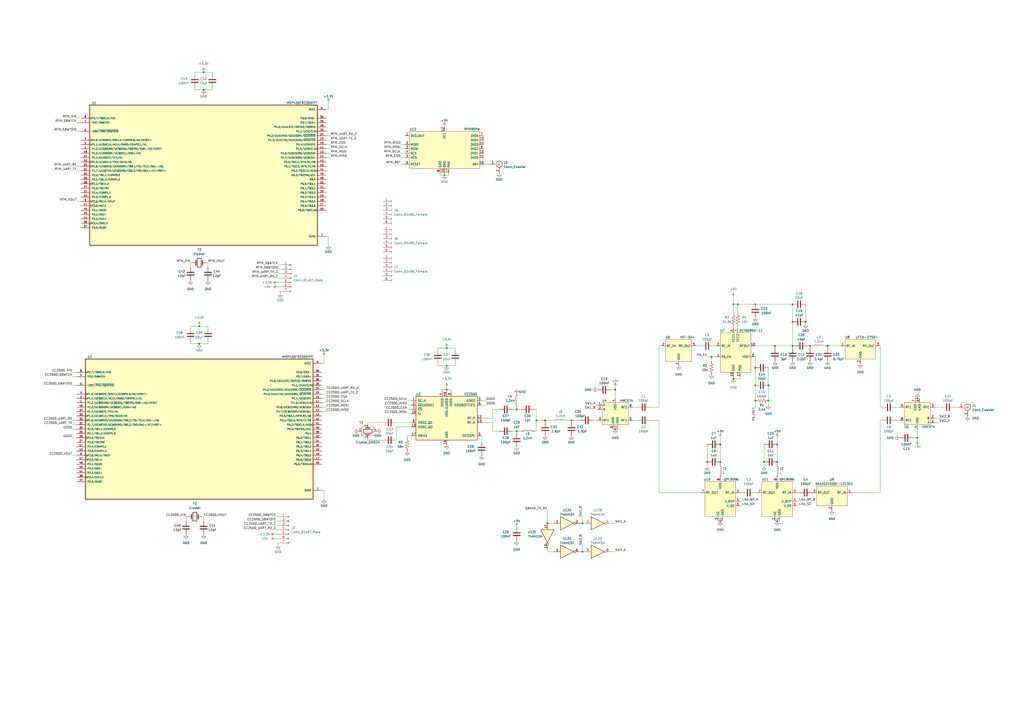
<source format=kicad_sch>
(kicad_sch (version 20211123) (generator eeschema)
  (paper "A2")
  (junction (at 425.45 176.53))
  (junction (at 356.87 248.92))
  (junction (at 459.74 176.53))
  (junction (at 337.82 303.53))
  (junction (at 443.23 267.97))
  (junction (at 259.08 201.93))
  (junction (at 410.21 267.97))
  (junction (at 438.15 223.52))
  (junction (at 467.36 186.69))
  (junction (at 118.11 41.91))
  (junction (at 259.08 212.09))
  (junction (at 459.74 200.66))
  (junction (at 316.23 243.84))
  (junction (at 115.57 189.23))
  (junction (at 445.77 232.41))
  (junction (at 445.77 223.52))
  (junction (at 417.83 302.26))
  (junction (at 417.83 257.81))
  (junction (at 438.15 213.36))
  (junction (at 417.83 267.97))
  (junction (at 450.85 257.81))
  (junction (at 532.13 254))
  (junction (at 257.81 101.6))
  (junction (at 311.15 243.84))
  (junction (at 412.75 207.01))
  (junction (at 469.9 200.66))
  (junction (at 299.72 250.19))
  (junction (at 115.57 199.39))
  (junction (at 532.13 231.14))
  (junction (at 449.58 200.66))
  (junction (at 259.08 226.06))
  (junction (at 337.82 320.04))
  (junction (at 331.47 243.84))
  (junction (at 459.74 186.69))
  (junction (at 438.15 232.41))
  (junction (at 450.85 302.26))
  (junction (at 480.06 200.66))
  (junction (at 299.72 237.49))
  (junction (at 450.85 267.97))
  (junction (at 356.87 226.06))
  (junction (at 317.5 303.53))
  (junction (at 118.11 52.07))
  (junction (at 427.99 176.53))
  (junction (at 438.15 176.53))
  (junction (at 425.45 219.71))
  (wire (pts (xy 44.45 96.52) (xy 46.99 96.52)))
  (wire (pts (xy 115.57 199.39) (xy 120.65 199.39)))
  (wire (pts (xy 529.59 254) (xy 532.13 254)))
  (wire (pts (xy 213.36 255.27) (xy 222.25 255.27)))
  (wire (pts (xy 469.9 200.66) (xy 469.9 201.93)))
  (wire (pts (xy 317.5 295.91) (xy 317.5 303.53)))
  (wire (pts (xy 120.65 198.12) (xy 120.65 199.39)))
  (wire (pts (xy 478.79 200.66) (xy 480.06 200.66)))
  (wire (pts (xy 189.23 83.82) (xy 191.77 83.82)))
  (wire (pts (xy 279.4 232.41) (xy 281.94 232.41)))
  (wire (pts (xy 213.36 255.27) (xy 213.36 254)))
  (wire (pts (xy 449.58 302.26) (xy 450.85 302.26)))
  (wire (pts (xy 336.55 303.53) (xy 337.82 303.53)))
  (wire (pts (xy 260.35 101.6) (xy 257.81 101.6)))
  (wire (pts (xy 429.26 219.71) (xy 425.45 219.71)))
  (wire (pts (xy 120.65 189.23) (xy 120.65 190.5)))
  (wire (pts (xy 354.33 303.53) (xy 356.87 303.53)))
  (wire (pts (xy 113.03 50.8) (xy 113.03 52.07)))
  (wire (pts (xy 110.49 152.4) (xy 111.76 152.4)))
  (wire (pts (xy 412.75 207.01) (xy 412.75 209.55)))
  (wire (pts (xy 232.41 91.44) (xy 234.95 91.44)))
  (wire (pts (xy 467.36 176.53) (xy 467.36 186.69)))
  (wire (pts (xy 115.57 189.23) (xy 120.65 189.23)))
  (wire (pts (xy 356.87 224.79) (xy 356.87 226.06)))
  (wire (pts (xy 425.45 176.53) (xy 427.99 176.53)))
  (wire (pts (xy 279.4 242.57) (xy 285.75 242.57)))
  (wire (pts (xy 355.6 248.92) (xy 356.87 248.92)))
  (wire (pts (xy 532.13 231.14) (xy 533.4 231.14)))
  (wire (pts (xy 519.43 236.22) (xy 521.97 236.22)))
  (wire (pts (xy 450.85 254) (xy 450.85 257.81)))
  (wire (pts (xy 189.23 81.28) (xy 191.77 81.28)))
  (wire (pts (xy 123.19 50.8) (xy 123.19 52.07)))
  (wire (pts (xy 462.28 293.37) (xy 463.55 293.37)))
  (wire (pts (xy 317.5 320.04) (xy 321.31 320.04)))
  (wire (pts (xy 110.49 199.39) (xy 115.57 199.39)))
  (wire (pts (xy 459.74 200.66) (xy 459.74 201.93)))
  (wire (pts (xy 162.56 170.18) (xy 162.56 168.91)))
  (wire (pts (xy 189.23 63.5) (xy 190.5 63.5)))
  (wire (pts (xy 382.27 200.66) (xy 383.54 200.66)))
  (wire (pts (xy 445.77 232.41) (xy 445.77 234.95)))
  (wire (pts (xy 280.67 95.25) (xy 284.48 95.25)))
  (wire (pts (xy 415.29 207.01) (xy 412.75 207.01)))
  (wire (pts (xy 259.08 224.79) (xy 259.08 226.06)))
  (wire (pts (xy 41.91 215.9) (xy 44.45 215.9)))
  (wire (pts (xy 229.87 255.27) (xy 229.87 247.65)))
  (wire (pts (xy 356.87 226.06) (xy 356.87 231.14)))
  (wire (pts (xy 309.88 250.19) (xy 311.15 250.19)))
  (wire (pts (xy 417.83 267.97) (xy 417.83 269.24)))
  (wire (pts (xy 417.83 257.81) (xy 417.83 267.97)))
  (wire (pts (xy 449.58 200.66) (xy 459.74 200.66)))
  (wire (pts (xy 160.02 302.26) (xy 162.56 302.26)))
  (wire (pts (xy 41.91 246.38) (xy 44.45 246.38)))
  (wire (pts (xy 44.45 71.12) (xy 46.99 71.12)))
  (wire (pts (xy 429.26 285.75) (xy 430.53 285.75)))
  (wire (pts (xy 429.26 218.44) (xy 429.26 219.71)))
  (wire (pts (xy 311.15 243.84) (xy 311.15 250.19)))
  (wire (pts (xy 285.75 237.49) (xy 289.56 237.49)))
  (wire (pts (xy 213.36 245.11) (xy 213.36 246.38)))
  (wire (pts (xy 427.99 189.23) (xy 427.99 190.5)))
  (wire (pts (xy 257.81 100.33) (xy 257.81 101.6)))
  (wire (pts (xy 161.29 316.23) (xy 161.29 314.96)))
  (wire (pts (xy 285.75 245.11) (xy 285.75 250.19)))
  (wire (pts (xy 519.43 243.84) (xy 521.97 243.84)))
  (wire (pts (xy 44.45 116.84) (xy 46.99 116.84)))
  (wire (pts (xy 186.69 210.82) (xy 187.96 210.82)))
  (wire (pts (xy 425.45 189.23) (xy 425.45 190.5)))
  (wire (pts (xy 123.19 41.91) (xy 123.19 43.18)))
  (wire (pts (xy 236.22 254) (xy 236.22 252.73)))
  (wire (pts (xy 110.49 190.5) (xy 110.49 189.23)))
  (wire (pts (xy 189.23 78.74) (xy 191.77 78.74)))
  (wire (pts (xy 229.87 245.11) (xy 238.76 245.11)))
  (wire (pts (xy 236.22 240.03) (xy 238.76 240.03)))
  (wire (pts (xy 449.58 201.93) (xy 449.58 200.66)))
  (wire (pts (xy 186.69 231.14) (xy 189.23 231.14)))
  (wire (pts (xy 438.15 213.36) (xy 438.15 223.52)))
  (wire (pts (xy 331.47 243.84) (xy 331.47 245.11)))
  (wire (pts (xy 161.29 161.29) (xy 163.83 161.29)))
  (wire (pts (xy 382.27 285.75) (xy 382.27 243.84)))
  (wire (pts (xy 382.27 200.66) (xy 382.27 236.22)))
  (wire (pts (xy 480.06 200.66) (xy 480.06 201.93)))
  (wire (pts (xy 542.29 242.57) (xy 544.83 242.57)))
  (wire (pts (xy 232.41 88.9) (xy 234.95 88.9)))
  (wire (pts (xy 445.77 213.36) (xy 445.77 223.52)))
  (wire (pts (xy 279.4 234.95) (xy 281.94 234.95)))
  (wire (pts (xy 162.56 168.91) (xy 163.83 168.91)))
  (wire (pts (xy 264.16 210.82) (xy 264.16 212.09)))
  (wire (pts (xy 299.72 250.19) (xy 299.72 251.46)))
  (wire (pts (xy 189.23 86.36) (xy 191.77 86.36)))
  (wire (pts (xy 337.82 303.53) (xy 339.09 303.53)))
  (wire (pts (xy 510.54 200.66) (xy 510.54 236.22)))
  (wire (pts (xy 110.49 154.94) (xy 110.49 152.4)))
  (wire (pts (xy 443.23 267.97) (xy 443.23 270.51)))
  (wire (pts (xy 259.08 212.09) (xy 264.16 212.09)))
  (wire (pts (xy 232.41 95.25) (xy 234.95 95.25)))
  (wire (pts (xy 160.02 312.42) (xy 162.56 312.42)))
  (wire (pts (xy 331.47 243.84) (xy 336.55 243.84)))
  (wire (pts (xy 403.86 200.66) (xy 406.4 200.66)))
  (wire (pts (xy 356.87 248.92) (xy 358.14 248.92)))
  (wire (pts (xy 311.15 237.49) (xy 311.15 243.84)))
  (wire (pts (xy 160.02 304.8) (xy 162.56 304.8)))
  (wire (pts (xy 410.21 207.01) (xy 412.75 207.01)))
  (wire (pts (xy 232.41 86.36) (xy 234.95 86.36)))
  (wire (pts (xy 119.38 152.4) (xy 120.65 152.4)))
  (wire (pts (xy 118.11 299.72) (xy 118.11 302.26)))
  (wire (pts (xy 336.55 320.04) (xy 337.82 320.04)))
  (wire (pts (xy 328.93 243.84) (xy 331.47 243.84)))
  (wire (pts (xy 532.13 255.27) (xy 532.13 254)))
  (wire (pts (xy 279.4 252.73) (xy 279.4 256.54)))
  (wire (pts (xy 530.86 231.14) (xy 532.13 231.14)))
  (wire (pts (xy 450.85 267.97) (xy 450.85 269.24)))
  (wire (pts (xy 41.91 248.92) (xy 44.45 248.92)))
  (wire (pts (xy 161.29 166.37) (xy 163.83 166.37)))
  (wire (pts (xy 254 203.2) (xy 254 201.93)))
  (wire (pts (xy 410.21 267.97) (xy 410.21 270.51)))
  (wire (pts (xy 510.54 236.22) (xy 511.81 236.22)))
  (wire (pts (xy 44.45 76.2) (xy 46.99 76.2)))
  (wire (pts (xy 510.54 243.84) (xy 511.81 243.84)))
  (wire (pts (xy 317.5 303.53) (xy 321.31 303.53)))
  (wire (pts (xy 382.27 243.84) (xy 377.19 243.84)))
  (wire (pts (xy 259.08 226.06) (xy 261.62 226.06)))
  (wire (pts (xy 259.08 201.93) (xy 264.16 201.93)))
  (wire (pts (xy 118.11 52.07) (xy 123.19 52.07)))
  (wire (pts (xy 118.11 41.91) (xy 123.19 41.91)))
  (wire (pts (xy 285.75 250.19) (xy 289.56 250.19)))
  (wire (pts (xy 256.54 226.06) (xy 259.08 226.06)))
  (wire (pts (xy 232.41 83.82) (xy 234.95 83.82)))
  (wire (pts (xy 337.82 316.23) (xy 337.82 320.04)))
  (wire (pts (xy 213.36 245.11) (xy 222.25 245.11)))
  (wire (pts (xy 120.65 152.4) (xy 120.65 154.94)))
  (wire (pts (xy 510.54 285.75) (xy 510.54 243.84)))
  (wire (pts (xy 425.45 218.44) (xy 425.45 219.71)))
  (wire (pts (xy 316.23 243.84) (xy 321.31 243.84)))
  (wire (pts (xy 186.69 284.48) (xy 187.96 284.48)))
  (wire (pts (xy 345.44 234.95) (xy 346.71 234.95)))
  (wire (pts (xy 410.21 257.81) (xy 410.21 267.97)))
  (wire (pts (xy 467.36 186.69) (xy 467.36 187.96)))
  (wire (pts (xy 417.83 302.26) (xy 419.1 302.26)))
  (wire (pts (xy 438.15 200.66) (xy 449.58 200.66)))
  (wire (pts (xy 438.15 223.52) (xy 438.15 232.41)))
  (wire (pts (xy 354.33 320.04) (xy 356.87 320.04)))
  (wire (pts (xy 259.08 226.06) (xy 259.08 227.33)))
  (wire (pts (xy 41.91 254) (xy 44.45 254)))
  (wire (pts (xy 337.82 320.04) (xy 339.09 320.04)))
  (wire (pts (xy 415.29 200.66) (xy 414.02 200.66)))
  (wire (pts (xy 264.16 201.93) (xy 264.16 203.2)))
  (wire (pts (xy 337.82 299.72) (xy 337.82 303.53)))
  (wire (pts (xy 186.69 233.68) (xy 189.23 233.68)))
  (wire (pts (xy 160.02 299.72) (xy 162.56 299.72)))
  (wire (pts (xy 309.88 237.49) (xy 311.15 237.49)))
  (wire (pts (xy 494.03 285.75) (xy 510.54 285.75)))
  (wire (pts (xy 438.15 207.01) (xy 438.15 213.36)))
  (wire (pts (xy 367.03 236.22) (xy 369.57 236.22)))
  (wire (pts (xy 255.27 100.33) (xy 255.27 101.6)))
  (wire (pts (xy 236.22 232.41) (xy 238.76 232.41)))
  (wire (pts (xy 107.95 302.26) (xy 107.95 299.72)))
  (wire (pts (xy 316.23 243.84) (xy 316.23 245.11)))
  (wire (pts (xy 299.72 237.49) (xy 302.26 237.49)))
  (wire (pts (xy 542.29 236.22) (xy 546.1 236.22)))
  (wire (pts (xy 377.19 236.22) (xy 382.27 236.22)))
  (wire (pts (xy 189.23 137.16) (xy 190.5 137.16)))
  (wire (pts (xy 367.03 243.84) (xy 369.57 243.84)))
  (wire (pts (xy 113.03 52.07) (xy 118.11 52.07)))
  (wire (pts (xy 459.74 176.53) (xy 459.74 186.69)))
  (wire (pts (xy 161.29 153.67) (xy 163.83 153.67)))
  (wire (pts (xy 44.45 99.06) (xy 46.99 99.06)))
  (wire (pts (xy 416.56 302.26) (xy 417.83 302.26)))
  (wire (pts (xy 255.27 101.6) (xy 257.81 101.6)))
  (wire (pts (xy 553.72 236.22) (xy 556.26 236.22)))
  (wire (pts (xy 187.96 284.48) (xy 187.96 289.56)))
  (wire (pts (xy 186.69 236.22) (xy 189.23 236.22)))
  (wire (pts (xy 417.83 254) (xy 417.83 257.81)))
  (wire (pts (xy 189.23 91.44) (xy 191.77 91.44)))
  (wire (pts (xy 186.69 226.06) (xy 189.23 226.06)))
  (wire (pts (xy 468.63 200.66) (xy 469.9 200.66)))
  (wire (pts (xy 161.29 163.83) (xy 163.83 163.83)))
  (wire (pts (xy 471.17 285.75) (xy 472.44 285.75)))
  (wire (pts (xy 236.22 237.49) (xy 238.76 237.49)))
  (wire (pts (xy 438.15 176.53) (xy 459.74 176.53)))
  (wire (pts (xy 189.23 88.9) (xy 191.77 88.9)))
  (wire (pts (xy 299.72 250.19) (xy 302.26 250.19)))
  (wire (pts (xy 254 210.82) (xy 254 212.09)))
  (wire (pts (xy 113.03 41.91) (xy 118.11 41.91)))
  (wire (pts (xy 462.28 290.83) (xy 463.55 290.83)))
  (wire (pts (xy 41.91 218.44) (xy 44.45 218.44)))
  (wire (pts (xy 429.26 290.83) (xy 430.53 290.83)))
  (wire (pts (xy 161.29 156.21) (xy 163.83 156.21)))
  (wire (pts (xy 297.18 250.19) (xy 299.72 250.19)))
  (wire (pts (xy 317.5 318.77) (xy 317.5 320.04)))
  (wire (pts (xy 44.45 68.58) (xy 46.99 68.58)))
  (wire (pts (xy 260.35 100.33) (xy 260.35 101.6)))
  (wire (pts (xy 344.17 243.84) (xy 346.71 243.84)))
  (wire (pts (xy 427.99 176.53) (xy 438.15 176.53)))
  (wire (pts (xy 187.96 210.82) (xy 187.96 207.01)))
  (wire (pts (xy 161.29 158.75) (xy 163.83 158.75)))
  (wire (pts (xy 116.84 299.72) (xy 118.11 299.72)))
  (wire (pts (xy 450.85 257.81) (xy 450.85 267.97)))
  (wire (pts (xy 299.72 236.22) (xy 299.72 237.49)))
  (wire (pts (xy 190.5 63.5) (xy 190.5 59.69)))
  (wire (pts (xy 427.99 176.53) (xy 427.99 181.61)))
  (wire (pts (xy 345.44 237.49) (xy 346.71 237.49)))
  (wire (pts (xy 480.06 200.66) (xy 487.68 200.66)))
  (wire (pts (xy 229.87 247.65) (xy 238.76 247.65)))
  (wire (pts (xy 160.02 309.88) (xy 162.56 309.88)))
  (wire (pts (xy 542.29 245.11) (xy 544.83 245.11)))
  (wire (pts (xy 41.91 264.16) (xy 44.45 264.16)))
  (wire (pts (xy 279.4 245.11) (xy 285.75 245.11)))
  (wire (pts (xy 425.45 181.61) (xy 425.45 176.53)))
  (wire (pts (xy 311.15 243.84) (xy 316.23 243.84)))
  (wire (pts (xy 236.22 252.73) (xy 238.76 252.73)))
  (wire (pts (xy 110.49 198.12) (xy 110.49 199.39)))
  (wire (pts (xy 438.15 285.75) (xy 439.42 285.75)))
  (wire (pts (xy 254 201.93) (xy 259.08 201.93)))
  (wire (pts (xy 261.62 226.06) (xy 261.62 227.33)))
  (wire (pts (xy 469.9 200.66) (xy 471.17 200.66)))
  (wire (pts (xy 160.02 307.34) (xy 162.56 307.34)))
  (wire (pts (xy 256.54 227.33) (xy 256.54 226.06)))
  (wire (pts (xy 532.13 248.92) (xy 532.13 254)))
  (wire (pts (xy 110.49 189.23) (xy 115.57 189.23)))
  (wire (pts (xy 113.03 43.18) (xy 113.03 41.91)))
  (wire (pts (xy 443.23 257.81) (xy 443.23 267.97)))
  (wire (pts (xy 438.15 232.41) (xy 438.15 236.22)))
  (wire (pts (xy 236.22 234.95) (xy 238.76 234.95)))
  (wire (pts (xy 354.33 226.06) (xy 356.87 226.06)))
  (wire (pts (xy 445.77 223.52) (xy 445.77 232.41)))
  (wire (pts (xy 425.45 172.72) (xy 425.45 176.53)))
  (wire (pts (xy 459.74 186.69) (xy 459.74 200.66)))
  (wire (pts (xy 297.18 237.49) (xy 299.72 237.49)))
  (wire (pts (xy 107.95 299.72) (xy 109.22 299.72)))
  (wire (pts (xy 190.5 137.16) (xy 190.5 142.24)))
  (wire (pts (xy 406.4 285.75) (xy 382.27 285.75)))
  (wire (pts (xy 285.75 242.57) (xy 285.75 237.49)))
  (wire (pts (xy 161.29 314.96) (xy 162.56 314.96)))
  (wire (pts (xy 41.91 223.52) (xy 44.45 223.52)))
  (wire (pts (xy 429.26 293.37) (xy 430.53 293.37)))
  (wire (pts (xy 254 212.09) (xy 259.08 212.09)))
  (wire (pts (xy 450.85 302.26) (xy 452.12 302.26)))
  (wire (pts (xy 186.69 238.76) (xy 189.23 238.76)))
  (wire (pts (xy 462.28 285.75) (xy 463.55 285.75)))
  (wire (pts (xy 41.91 243.84) (xy 44.45 243.84)))
  (wire (pts (xy 186.69 228.6) (xy 189.23 228.6)))
  (wire (pts (xy 459.74 200.66) (xy 461.01 200.66)))
  (label "CC2500_SBWTDIO" (at 41.91 223.52 180))
  (label "CC2500_UART_RX" (at 41.91 243.84 180))
  (label "RFM_SBWTCK" (at 161.29 153.67 180))
  (label "GDO2" (at 281.94 232.41 0))
  (label "RFM_UART_RX_2" (at 161.29 161.29 180))
  (label "SW1_B" (at 337.82 299.72 90))
  (label "CC2500_SCLK" (at 236.22 232.41 180))
  (label "CC2500_CSN" (at 189.23 231.14 0))
  (label "PA_VDET" (at 438.15 236.22 270))
  (label "RFM_MOSI" (at 232.41 86.36 180))
  (label "SW2_B" (at 544.83 242.57 0))
  (label "GDO2" (at 41.91 254 180))
  (label "CC2500_SBWTDIO" (at 160.02 302.26 180))
  (label "RFM_XOUT" (at 44.45 116.84 180))
  (label "RFM_MISO" (at 232.41 83.82 180))
  (label "CC2500_XOUT" (at 41.91 264.16 180))
  (label "GDO0" (at 281.94 234.95 0))
  (label "SW2_A" (at 356.87 320.04 0))
  (label "RFM_SCLK" (at 232.41 88.9 180))
  (label "RFM_XIN" (at 44.45 68.58 180))
  (label "RFM_CSN" (at 232.41 91.44 180))
  (label "LNA_BP_B" (at 463.55 290.83 0))
  (label "CC2500_UART_TX_2" (at 160.02 304.8 180))
  (label "LNA_SD" (at 430.53 293.37 0))
  (label "RFM_SCLK" (at 191.77 86.36 0))
  (label "SW1_B" (at 345.44 237.49 180))
  (label "PA_EN" (at 410.21 207.01 180))
  (label "SBAND_TX_RX" (at 317.5 295.91 180))
  (label "RFM_XIN" (at 110.49 152.4 180))
  (label "RFM_SBWTDIO" (at 161.29 156.21 180))
  (label "RFM_MOSI" (at 191.77 88.9 0))
  (label "RFM_UART_TX_2" (at 191.77 81.28 0))
  (label "CC2500_XIN" (at 107.95 299.72 180))
  (label "CC2500_SBWTCK" (at 41.91 218.44 180))
  (label "CC2500_SCLK" (at 189.23 233.68 0))
  (label "LNA_SD" (at 463.55 293.37 0))
  (label "RFM_UART_TX" (at 44.45 99.06 180))
  (label "RFM_UART_RX" (at 44.45 96.52 180))
  (label "CC2500_MOSI" (at 236.22 240.03 180))
  (label "CC2500_UART_RX_2" (at 160.02 307.34 180))
  (label "CC2500_MISO" (at 236.22 234.95 180))
  (label "SW1_A" (at 356.87 303.53 0))
  (label "CC2500_UART_TX" (at 41.91 246.38 180))
  (label "CC2500_XOUT" (at 118.11 299.72 0))
  (label "RFM_RST" (at 232.41 95.25 180))
  (label "RFM_XOUT" (at 120.65 152.4 0))
  (label "CC2500_MISO" (at 189.23 238.76 0))
  (label "RFM_SBWTDIO" (at 44.45 76.2 180))
  (label "RFM_MISO" (at 191.77 91.44 0))
  (label "RFM_UART_TX_2" (at 161.29 158.75 180))
  (label "SW2_A" (at 544.83 245.11 0))
  (label "CC2500_UART_RX_2" (at 189.23 226.06 0))
  (label "CC2500_MOSI" (at 189.23 236.22 0))
  (label "LNA_BP_A" (at 430.53 290.83 0))
  (label "CC2500_SBWTCK" (at 160.02 299.72 180))
  (label "RFM_CSN" (at 191.77 83.82 0))
  (label "SW2_B" (at 337.82 316.23 90))
  (label "RFM_UART_RX_2" (at 191.77 78.74 0))
  (label "RFM_SBWTCK" (at 44.45 71.12 180))
  (label "CC2500_CSN" (at 236.22 237.49 180))
  (label "SW1_A" (at 345.44 234.95 180))
  (label "CC2500_XIN" (at 41.91 215.9 180))
  (label "GDO0" (at 41.91 248.92 180))
  (label "CC2500_UART_TX_2" (at 189.23 228.6 0))
  (symbol (lib_id "RF_Board_Symbols:C") (at 110.49 158.75 180) (unit 1)
    (property "Reference" "C42" (at 105.41 157.48 0))
    (property "Value" "12pF" (at 105.41 160.02 0))
  )
  (symbol (lib_id "RF_Board_Symbols:C") (at 414.02 257.81 90) (unit 1)
    (property "Reference" "C7" (at 414.02 251.46 90))
    (property "Value" "1uF" (at 414.02 254 90))
  )
  (symbol (lib_id "RF_Board_Symbols:C") (at 373.38 243.84 90) (unit 1)
    (property "Reference" "C2" (at 373.38 247.65 90))
    (property "Value" "100pF" (at 373.38 250.19 90))
  )
  (symbol (lib_id "power:+3.3V") (at 259.08 201.93 0) (unit 1)
    (property "Reference" "#PWR037" (effects hide))
    (property "Value" "+3.3V" (at 259.08 196.85 0))
  )
  (symbol (lib_id "power:GND") (at 218.44 250.19 90) (unit 1)
    (property "Reference" "#PWR035" (effects hide))
    (property "Value" "GND" (at 217.17 252.73 90) (effects (justify right)))
  )
  (symbol (lib_id "power:GND") (at 279.4 264.16 0) (unit 1)
    (property "Reference" "#PWR029" (effects hide))
    (property "Value" "GND" (at 279.4 269.24 0))
  )
  (symbol (lib_id "RF_Board_Symbols:Conn_01x06_Female") (at 227.33 154.94 0) (unit 1)
    (property "Reference" "J7" (at 228.6 154.9399 0) (effects (justify left)))
    (property "Value" "Conn_01x06_Female" (at 228.6 157.4799 0) (effects (justify left)))
  )
  (symbol (lib_id "RF_Board_Symbols:C") (at 549.91 236.22 90) (unit 1)
    (property "Reference" "C24" (at 549.91 229.87 90))
    (property "Value" "100pF" (at 549.91 232.41 90))
  )
  (symbol (lib_id "RF_Board_Symbols:C") (at 447.04 267.97 90) (unit 1)
    (property "Reference" "C11" (at 447.04 261.62 90))
    (property "Value" "1nF" (at 447.04 264.16 90))
  )
  (symbol (lib_id "RF_Board_Symbols:C") (at 515.62 243.84 90) (unit 1)
    (property "Reference" "C6" (at 515.62 247.65 90))
    (property "Value" "100pF" (at 515.62 250.19 90))
  )
  (symbol (lib_id "power:GND") (at 259.08 212.09 0) (unit 1)
    (property "Reference" "#PWR038" (effects hide))
    (property "Value" "GND" (at 259.08 215.9 0))
  )
  (symbol (lib_id "power:GND") (at 443.23 270.51 0) (unit 1)
    (property "Reference" "#PWR014" (effects hide))
    (property "Value" "GND" (at 443.23 274.32 0))
  )
  (symbol (lib_id "RF_Board_Symbols:C") (at 107.95 306.07 180) (unit 1)
    (property "Reference" "C40" (at 102.87 304.8 0))
    (property "Value" "12pF" (at 102.87 307.34 0))
  )
  (symbol (lib_id "power:+5V") (at 532.13 255.27 0) (mirror x) (unit 1)
    (property "Reference" "#PWR017" (effects hide))
    (property "Value" "+5V" (at 532.13 259.08 0))
  )
  (symbol (lib_id "power:GND") (at 467.36 187.96 0) (unit 1)
    (property "Reference" "#PWR022" (effects hide))
    (property "Value" "GND" (at 467.36 191.77 0))
  )
  (symbol (lib_id "power:GND") (at 190.5 142.24 0) (unit 1)
    (property "Reference" "#PWR052" (effects hide))
    (property "Value" "GND" (at 190.5 146.05 0))
  )
  (symbol (lib_id "RF_Board_Symbols:74AHC04") (at 346.71 320.04 0) (unit 4)
    (property "Reference" "U12" (at 346.71 312.42 0))
    (property "Value" "74AHC04" (at 346.71 314.96 0))
    (property "Datasheet" "https://assets.nexperia.com/documents/data-sheet/74AHC_AHCT04.pdf" (effects hide))
  )
  (symbol (lib_id "RF_Board_Symbols:C") (at 410.21 200.66 90) (unit 1)
    (property "Reference" "C9" (at 410.21 194.31 90))
    (property "Value" "100pF" (at 410.21 196.85 90))
  )
  (symbol (lib_id "RF_Board_Symbols:CC2500") (at 259.08 242.57 0) (unit 1)
    (property "Reference" "U3" (at 241.3 228.6 0) (effects (justify left)))
    (property "Value" "CC2500" (at 269.24 228.6 0) (effects (justify left)))
    (property "Footprint" "Package_DFN_QFN:Texas_S-PVQFN-N20_EP2.4x2.4mm" (effects hide))
    (property "Datasheet" "http://www.ti.com/lit/ds/symlink/cc2500.pdf" (effects hide))
  )
  (symbol (lib_id "power:GND") (at 450.85 302.26 0) (unit 1)
    (property "Reference" "#PWR06" (effects hide))
    (property "Value" "GND" (at 450.85 307.34 0))
  )
  (symbol (lib_id "RF_Board_Symbols:Conn_01x07_Male") (at 167.64 307.34 0) (mirror y) (unit 1)
    (property "Reference" "J2" (at 168.91 306.0699 0) (effects (justify right)))
    (property "Value" "Conn_01x07_Male" (at 168.91 308.6099 0) (effects (justify right)))
  )
  (symbol (lib_id "RF_Board_Symbols:C") (at 438.15 180.34 0) (unit 1)
    (property "Reference" "C23" (at 443.23 179.07 0))
    (property "Value" "100nF" (at 444.5 181.61 0))
  )
  (symbol (lib_id "RF_Board_Symbols:Crystal_GND24") (at 213.36 250.19 90) (unit 1)
    (property "Reference" "Y1" (at 209.55 245.11 90))
    (property "Value" "Crystal_GND24" (at 213.36 256.54 90))
  )
  (symbol (lib_id "power:GND") (at 412.75 217.17 0) (unit 1)
    (property "Reference" "#PWR019" (effects hide))
    (property "Value" "GND" (at 412.75 222.25 0))
  )
  (symbol (lib_id "RF_Board_Symbols:74AHC04") (at 346.71 303.53 0) (unit 2)
    (property "Reference" "U12" (at 346.71 295.91 0))
    (property "Value" "74AHC04" (at 346.71 298.45 0))
    (property "Datasheet" "https://assets.nexperia.com/documents/data-sheet/74AHC_AHCT04.pdf" (effects hide))
  )
  (symbol (lib_id "RF_Board_Symbols:Conn_01x06_Female") (at 227.33 138.43 0) (unit 1)
    (property "Reference" "J6" (at 228.6 138.4299 0) (effects (justify left)))
    (property "Value" "Conn_01x06_Female" (at 228.6 140.9699 0) (effects (justify left)))
  )
  (symbol (lib_id "power:GND") (at 438.15 184.15 0) (unit 1)
    (property "Reference" "#PWR025" (effects hide))
    (property "Value" "GND" (at 438.15 187.96 0))
  )
  (symbol (lib_id "power:GND") (at 115.57 199.39 0) (unit 1)
    (property "Reference" "#PWR041" (effects hide))
    (property "Value" "GND" (at 115.57 203.2 0))
  )
  (symbol (lib_id "power:+5V") (at 160.02 312.42 90) (unit 1)
    (property "Reference" "#PWR057" (effects hide))
    (property "Value" "+5V" (at 153.67 312.42 90))
  )
  (symbol (lib_id "RF_Board_Symbols:Conn_Coaxial") (at 289.56 95.25 0) (unit 1)
    (property "Reference" "J3" (at 292.1 94.2731 0) (effects (justify left)))
    (property "Value" "Conn_Coaxial" (at 292.1 96.8131 0) (effects (justify left)))
    (property "Datasheet" " ~" (effects hide))
  )
  (symbol (lib_id "power:GND") (at 499.11 210.82 0) (unit 1)
    (property "Reference" "#PWR08" (effects hide))
    (property "Value" "GND" (at 499.11 215.9 0))
  )
  (symbol (lib_id "RF_Board_Symbols:C") (at 120.65 194.31 180) (unit 1)
    (property "Reference" "C39" (at 115.57 193.04 0))
    (property "Value" "10uF" (at 115.57 195.58 0))
  )
  (symbol (lib_id "power:GND") (at 161.29 316.23 0) (unit 1)
    (property "Reference" "#PWR060" (effects hide))
    (property "Value" "GND" (at 161.29 320.04 0))
  )
  (symbol (lib_id "power:GND") (at 299.72 228.6 180) (unit 1)
    (property "Reference" "#PWR030" (effects hide))
    (property "Value" "GND" (at 300.99 227.33 0) (effects (justify right)))
  )
  (symbol (lib_id "power:GND") (at 521.97 254 270) (mirror x) (unit 1)
    (property "Reference" "#PWR016" (effects hide))
    (property "Value" "GND" (at 514.35 254 90) (effects (justify left)))
  )
  (symbol (lib_id "RF_Board_Symbols:C") (at 316.23 248.92 180) (unit 1)
    (property "Reference" "C31" (at 321.31 247.65 0))
    (property "Value" "1.8pF" (at 322.58 250.19 0))
  )
  (symbol (lib_id "RF_Board_Symbols:C") (at 110.49 194.31 0) (unit 1)
    (property "Reference" "C38" (at 104.14 193.04 0))
    (property "Value" "100nF" (at 104.14 195.58 0))
  )
  (symbol (lib_id "RF_Board_Symbols:C") (at 254 207.01 0) (unit 1)
    (property "Reference" "C36" (at 247.65 205.74 0))
    (property "Value" "100nF" (at 247.65 208.28 0))
  )
  (symbol (lib_id "power:GND") (at 208.28 250.19 270) (unit 1)
    (property "Reference" "#PWR034" (effects hide))
    (property "Value" "GND" (at 204.47 252.73 90) (effects (justify left)))
  )
  (symbol (lib_id "RF_Board_Symbols:C") (at 447.04 257.81 90) (unit 1)
    (property "Reference" "C10" (at 447.04 251.46 90))
    (property "Value" "1uF" (at 447.04 254 90))
  )
  (symbol (lib_id "power:GND") (at 459.74 209.55 0) (unit 1)
    (property "Reference" "#PWR021" (effects hide))
    (property "Value" "GND" (at 459.74 213.36 0))
  )
  (symbol (lib_id "power:+3.3V") (at 118.11 41.91 0) (unit 1)
    (property "Reference" "#PWR046" (effects hide))
    (property "Value" "+3.3V" (at 118.11 36.83 0))
  )
  (symbol (lib_id "power:+5V") (at 257.81 73.66 0) (unit 1)
    (property "Reference" "#PWR053" (effects hide))
    (property "Value" "+5V" (at 257.81 69.85 0))
  )
  (symbol (lib_id "RF_Board_Symbols:C") (at 463.55 176.53 90) (unit 1)
    (property "Reference" "C18" (at 463.55 170.18 90))
    (property "Value" "10uF" (at 463.55 172.72 90))
  )
  (symbol (lib_id "power:GND") (at 482.6 295.91 0) (unit 1)
    (property "Reference" "#PWR07" (effects hide))
    (property "Value" "GND" (at 482.6 300.99 0))
  )
  (symbol (lib_id "RF_Board_Symbols:C") (at 525.78 254 270) (mirror x) (unit 1)
    (property "Reference" "C13" (at 525.78 260.35 90))
    (property "Value" "100nF" (at 525.78 257.81 90))
  )
  (symbol (lib_id "power:GND") (at 107.95 309.88 0) (unit 1)
    (property "Reference" "#PWR042" (effects hide))
    (property "Value" "GND" (at 107.95 314.96 0))
  )
  (symbol (lib_id "RF_Board_Symbols:R_US") (at 412.75 213.36 0) (unit 1)
    (property "Reference" "R2" (at 408.94 212.09 0))
    (property "Value" "10k" (at 408.94 214.63 0))
  )
  (symbol (lib_id "RF_Board_Symbols:L") (at 417.83 273.05 0) (unit 1)
    (property "Reference" "L1" (at 419.1 271.7799 0) (effects (justify left)))
    (property "Value" "L" (at 419.1 274.3199 0) (effects (justify left)))
  )
  (symbol (lib_id "RF_Board_Symbols:R_US") (at 425.45 185.42 0) (unit 1)
    (property "Reference" "R3" (at 421.64 184.15 0))
    (property "Value" "24.9k" (at 421.64 186.69 0))
  )
  (symbol (lib_id "RF_Board_Symbols:MSP430FR2355TPT") (at 115.57 248.92 0) (unit 1)
    (property "Reference" "U2" (at 52.07 207.01 0))
    (property "Value" "MSP430FR2355TPT" (at 172.72 207.01 0))
    (property "Footprint" "QFP50P900X900X160-48N" (effects hide))
  )
  (symbol (lib_id "RF_Board_Symbols:C") (at 441.96 213.36 90) (unit 1)
    (property "Reference" "C14" (at 441.96 217.17 90))
    (property "Value" "22pF" (at 441.96 219.71 90))
  )
  (symbol (lib_id "RF_Board_Symbols:C") (at 515.62 236.22 90) (unit 1)
    (property "Reference" "C5" (at 515.62 229.87 90))
    (property "Value" "100pF" (at 515.62 232.41 90))
  )
  (symbol (lib_id "RF_Board_Symbols:LFCN-2750+") (at 499.11 200.66 0) (unit 1)
    (property "Reference" "U8" (at 491.49 195.58 0))
    (property "Value" "LFCN-2750+" (at 502.92 195.58 0))
  )
  (symbol (lib_id "power:+3.3V") (at 160.02 309.88 90) (unit 1)
    (property "Reference" "#PWR056" (effects hide))
    (property "Value" "+3.3V" (at 153.67 309.88 90))
  )
  (symbol (lib_id "power:GND") (at 259.08 257.81 0) (unit 1)
    (property "Reference" "#PWR01" (effects hide))
    (property "Value" "GND" (at 259.08 262.89 0))
  )
  (symbol (lib_id "RF_Board_Symbols:L") (at 299.72 232.41 180) (unit 1)
    (property "Reference" "L4" (at 295.91 229.87 0))
    (property "Value" "1.2nH" (at 295.91 232.41 0))
  )
  (symbol (lib_id "power:GND") (at 236.22 261.62 0) (unit 1)
    (property "Reference" "#PWR036" (effects hide))
    (property "Value" "GND" (at 236.22 266.7 0))
  )
  (symbol (lib_id "RF_Board_Symbols:Conn_01x07_Male") (at 168.91 161.29 0) (mirror y) (unit 1)
    (property "Reference" "J4" (at 170.18 160.0199 0) (effects (justify right)))
    (property "Value" "Conn_01x07_Male" (at 170.18 162.5599 0) (effects (justify right)))
  )
  (symbol (lib_id "RF_Board_Symbols:C") (at 118.11 306.07 180) (unit 1)
    (property "Reference" "C41" (at 123.19 304.8 0))
    (property "Value" "12pF" (at 123.19 307.34 0))
  )
  (symbol (lib_id "RF_Board_Symbols:C") (at 340.36 243.84 90) (unit 1)
    (property "Reference" "C35" (at 335.28 238.76 90))
    (property "Value" "100pF" (at 336.55 241.3 90))
  )
  (symbol (lib_id "power:GND") (at 118.11 309.88 0) (unit 1)
    (property "Reference" "#PWR043" (effects hide))
    (property "Value" "GND" (at 118.11 314.96 0))
  )
  (symbol (lib_id "RF_Board_Symbols:YAT-5A+") (at 393.7 200.66 0) (unit 1)
    (property "Reference" "U6" (at 387.35 195.58 0))
    (property "Value" "YAT-5A+" (at 398.78 195.58 0))
  )
  (symbol (lib_id "RF_Board_Symbols:L") (at 306.07 250.19 90) (unit 1)
    (property "Reference" "L5" (at 306.1042 251.5919 90))
    (property "Value" "1.2nH" (at 306.1042 254.1319 90))
  )
  (symbol (lib_id "power:GND") (at 425.45 219.71 0) (unit 1)
    (property "Reference" "#PWR05" (effects hide))
    (property "Value" "GND" (at 425.45 224.79 0))
  )
  (symbol (lib_id "power:GND") (at 410.21 270.51 0) (unit 1)
    (property "Reference" "#PWR011" (effects hide))
    (property "Value" "GND" (at 410.21 274.32 0))
  )
  (symbol (lib_id "RF_Board_Symbols:C") (at 463.55 186.69 90) (unit 1)
    (property "Reference" "C19" (at 463.55 180.34 90))
    (property "Value" "47pF" (at 463.55 182.88 90))
  )
  (symbol (lib_id "RF_Board_Symbols:L") (at 450.85 273.05 0) (unit 1)
    (property "Reference" "L2" (at 452.12 271.7799 0) (effects (justify left)))
    (property "Value" "L" (at 452.12 274.3199 0) (effects (justify left)))
  )
  (symbol (lib_id "power:GND") (at 480.06 209.55 0) (unit 1)
    (property "Reference" "#PWR024" (effects hide))
    (property "Value" "GND" (at 480.06 213.36 0))
  )
  (symbol (lib_id "RF_Board_Symbols:74AHC04") (at 317.5 311.15 270) (unit 5)
    (property "Reference" "U12" (at 306.07 308.61 90) (effects (justify left)))
    (property "Value" "74AHC04" (at 306.07 311.15 90) (effects (justify left)))
    (property "Datasheet" "https://assets.nexperia.com/documents/data-sheet/74AHC_AHCT04.pdf" (effects hide))
  )
  (symbol (lib_id "RF_Board_Symbols:HMC574") (at 356.87 240.03 0) (unit 1)
    (property "Reference" "U4" (at 349.25 232.41 0) (effects (justify left)))
    (property "Value" "HMC574" (at 359.41 232.41 0) (effects (justify left)))
  )
  (symbol (lib_id "RF_Board_Symbols:C") (at 306.07 237.49 90) (unit 1)
    (property "Reference" "C30" (at 306.07 241.3 90))
    (property "Value" "1pF" (at 306.07 243.84 90))
  )
  (symbol (lib_id "RF_Board_Symbols:C") (at 293.37 237.49 90) (unit 1)
    (property "Reference" "C27" (at 293.37 241.3 90))
    (property "Value" "100pF" (at 293.37 243.84 90))
  )
  (symbol (lib_id "RF_Board_Symbols:74AHC04") (at 328.93 320.04 0) (unit 3)
    (property "Reference" "U12" (at 328.93 312.42 0))
    (property "Value" "74AHC04" (at 328.93 314.96 0))
    (property "Datasheet" "https://assets.nexperia.com/documents/data-sheet/74AHC_AHCT04.pdf" (effects hide))
  )
  (symbol (lib_id "RF_Board_Symbols:C") (at 331.47 248.92 180) (unit 1)
    (property "Reference" "C32" (at 336.55 247.65 0))
    (property "Value" "1.5pF" (at 337.82 250.19 0))
  )
  (symbol (lib_id "RF_Board_Symbols:C") (at 264.16 207.01 180) (unit 1)
    (property "Reference" "C37" (at 259.08 205.74 0))
    (property "Value" "10uF" (at 259.08 208.28 0))
  )
  (symbol (lib_id "RF_Board_Symbols:R_US") (at 441.96 232.41 90) (unit 1)
    (property "Reference" "R1" (at 441.96 234.95 90))
    (property "Value" "2.4k" (at 441.96 237.49 90))
  )
  (symbol (lib_id "RF_Board_Symbols:MSP430FR2355TPT") (at 118.11 101.6 0) (unit 1)
    (property "Reference" "U1" (at 54.61 59.69 0))
    (property "Value" "MSP430FR2355TPT" (at 175.26 59.69 0))
    (property "Footprint" "QFP50P900X900X160-48N" (effects hide))
  )
  (symbol (lib_id "power:GND") (at 417.83 302.26 0) (unit 1)
    (property "Reference" "#PWR04" (effects hide))
    (property "Value" "GND" (at 417.83 307.34 0))
  )
  (symbol (lib_id "power:GND") (at 289.56 100.33 0) (unit 1)
    (property "Reference" "#PWR055" (effects hide))
    (property "Value" "GND" (at 289.56 104.14 0))
  )
  (symbol (lib_id "RF_Board_Symbols:C") (at 279.4 260.35 0) (unit 1)
    (property "Reference" "C26" (at 273.05 259.08 0))
    (property "Value" "100nF" (at 273.05 261.62 0))
  )
  (symbol (lib_id "RF_Board_Symbols:C") (at 449.58 205.74 0) (unit 1)
    (property "Reference" "C16" (at 454.66 205.74 0))
    (property "Value" "3pF" (at 454.66 208.28 0))
  )
  (symbol (lib_id "power:GND") (at 445.77 234.95 0) (unit 1)
    (property "Reference" "#PWR018" (effects hide))
    (property "Value" "GND" (at 445.77 240.03 0))
  )
  (symbol (lib_id "RF_Board_Symbols:C") (at 480.06 205.74 180) (unit 1)
    (property "Reference" "C22" (at 485.14 205.74 0))
    (property "Value" "0.75pF" (at 486.41 208.28 0))
  )
  (symbol (lib_id "RF_Board_Symbols:SKY65900-11") (at 426.72 200.66 0) (unit 1)
    (property "Reference" "U7" (at 419.1 191.77 0))
    (property "Value" "SKY65900-11" (at 435.61 191.77 0))
  )
  (symbol (lib_id "power:GND") (at 393.7 212.09 0) (unit 1)
    (property "Reference" "#PWR03" (effects hide))
    (property "Value" "GND" (at 393.7 217.17 0))
  )
  (symbol (lib_id "RF_Board_Symbols:Crystal") (at 113.03 299.72 0) (unit 1)
    (property "Reference" "Y2" (at 113.03 292.1 0))
    (property "Value" "Crystal" (at 113.03 294.64 0))
  )
  (symbol (lib_id "power:GND") (at 120.65 162.56 0) (unit 1)
    (property "Reference" "#PWR048" (effects hide))
    (property "Value" "GND" (at 120.65 167.64 0))
  )
  (symbol (lib_id "RF_Board_Symbols:C") (at 464.82 200.66 90) (unit 1)
    (property "Reference" "C20" (at 464.82 194.31 90))
    (property "Value" "15pF" (at 464.82 196.85 90))
  )
  (symbol (lib_id "power:GND") (at 316.23 252.73 0) (unit 1)
    (property "Reference" "#PWR032" (effects hide))
    (property "Value" "GND" (at 316.23 256.54 0))
  )
  (symbol (lib_id "RF_Board_Symbols:QPL9096") (at 417.83 285.75 0) (mirror y) (unit 1)
    (property "Reference" "U10" (at 410.21 278.13 0))
    (property "Value" "QPL9096" (at 424.18 278.13 0))
  )
  (symbol (lib_id "RF_Board_Symbols:DEA202450BT-1213C1") (at 482.6 285.75 0) (mirror y) (unit 1)
    (property "Reference" "U9" (at 482.6 278.13 0))
    (property "Value" "DEA202450BT-1213C1" (at 483.87 280.67 0))
  )
  (symbol (lib_id "power:GND") (at 299.72 259.08 0) (unit 1)
    (property "Reference" "#PWR031" (effects hide))
    (property "Value" "GND" (at 299.72 262.89 0))
  )
  (symbol (lib_id "RF_Board_Symbols:Conn_Coaxial") (at 561.34 236.22 0) (unit 1)
    (property "Reference" "J1" (at 563.88 235.2431 0) (effects (justify left)))
    (property "Value" "Conn_Coaxial" (at 563.88 237.7831 0) (effects (justify left)))
    (property "Datasheet" " ~" (effects hide))
  )
  (symbol (lib_id "RF_Board_Symbols:74AHC04") (at 328.93 303.53 0) (unit 1)
    (property "Reference" "U12" (at 328.93 295.91 0))
    (property "Value" "74AHC04" (at 328.93 298.45 0))
    (property "Datasheet" "https://assets.nexperia.com/documents/data-sheet/74AHC_AHCT04.pdf" (effects hide))
  )
  (symbol (lib_id "RF_Board_Symbols:C") (at 123.19 46.99 180) (unit 1)
    (property "Reference" "C45" (at 118.11 45.72 0))
    (property "Value" "10uF" (at 118.11 48.26 0))
  )
  (symbol (lib_id "RF_Board_Symbols:C") (at 467.36 285.75 90) (unit 1)
    (property "Reference" "C4" (at 467.36 278.13 90))
    (property "Value" "100pF" (at 467.36 280.67 90))
  )
  (symbol (lib_id "power:GND") (at 561.34 241.3 0) (mirror y) (unit 1)
    (property "Reference" "#PWR044" (effects hide))
    (property "Value" "GND" (at 563.88 242.5699 0) (effects (justify right)))
  )
  (symbol (lib_id "power:GND") (at 162.56 170.18 0) (unit 1)
    (property "Reference" "#PWR061" (effects hide))
    (property "Value" "GND" (at 162.56 173.99 0))
  )
  (symbol (lib_id "RF_Board_Symbols:C") (at 226.06 245.11 90) (unit 1)
    (property "Reference" "C33" (at 226.06 248.92 90))
    (property "Value" "15pF" (at 226.06 251.46 90))
  )
  (symbol (lib_id "RF_Board_Symbols:RFM95PW") (at 257.81 88.9 0) (unit 1)
    (property "Reference" "U13" (at 237.49 74.93 0) (effects (justify left)))
    (property "Value" "RFM95PW" (at 269.24 74.93 0) (effects (justify left)))
  )
  (symbol (lib_id "power:GND") (at 331.47 252.73 0) (unit 1)
    (property "Reference" "#PWR033" (effects hide))
    (property "Value" "GND" (at 331.47 256.54 0))
  )
  (symbol (lib_id "power:GND") (at 532.13 231.14 0) (mirror x) (unit 1)
    (property "Reference" "#PWR09" (effects hide))
    (property "Value" "GND" (at 532.13 226.06 0))
  )
  (symbol (lib_id "RF_Board_Symbols:L") (at 474.98 200.66 90) (unit 1)
    (property "Reference" "L3" (at 474.98 195.58 90))
    (property "Value" "1.2nH" (at 474.98 198.12 90))
  )
  (symbol (lib_id "RF_Board_Symbols:C") (at 120.65 158.75 180) (unit 1)
    (property "Reference" "C44" (at 125.73 157.48 0))
    (property "Value" "12pF" (at 125.73 160.02 0))
  )
  (symbol (lib_id "RF_Board_Symbols:C") (at 414.02 267.97 90) (unit 1)
    (property "Reference" "C8" (at 414.02 261.62 90))
    (property "Value" "1nF" (at 414.02 264.16 90))
  )
  (symbol (lib_id "power:+5V") (at 356.87 224.79 0) (unit 1)
    (property "Reference" "#PWR010" (effects hide))
    (property "Value" "+5V" (at 356.87 220.98 0))
  )
  (symbol (lib_id "RF_Board_Symbols:C") (at 299.72 309.88 0) (unit 1)
    (property "Reference" "C25" (at 293.37 308.61 0))
    (property "Value" "100nF" (at 293.37 311.15 0))
  )
  (symbol (lib_id "power:GND") (at 299.72 313.69 0) (unit 1)
    (property "Reference" "#PWR028" (effects hide))
    (property "Value" "GND" (at 299.72 318.77 0))
  )
  (symbol (lib_id "RF_Board_Symbols:C") (at 434.34 285.75 90) (unit 1)
    (property "Reference" "C3" (at 434.34 278.13 90))
    (property "Value" "100pF" (at 434.34 280.67 90))
  )
  (symbol (lib_id "RF_Board_Symbols:R_US") (at 427.99 185.42 180) (unit 1)
    (property "Reference" "R4" (at 431.8 184.15 0))
    (property "Value" "10k" (at 431.8 186.69 0))
  )
  (symbol (lib_id "RF_Board_Symbols:QPL9096") (at 450.85 285.75 0) (mirror y) (unit 1)
    (property "Reference" "U11" (at 441.96 278.13 0) (effects (justify right)))
    (property "Value" "QPL9096" (at 452.12 278.13 0) (effects (justify right)))
  )
  (symbol (lib_id "RF_Board_Symbols:C") (at 441.96 223.52 90) (unit 1)
    (property "Reference" "C15" (at 441.96 227.33 90))
    (property "Value" "100pF" (at 441.96 229.87 90))
  )
  (symbol (lib_id "power:+5V") (at 450.85 254 0) (unit 1)
    (property "Reference" "#PWR015" (effects hide))
    (property "Value" "+5V" (at 450.85 250.19 0))
  )
  (symbol (lib_id "power:GND") (at 257.81 101.6 0) (unit 1)
    (property "Reference" "#PWR054" (effects hide))
    (property "Value" "GND" (at 257.81 105.41 0))
  )
  (symbol (lib_id "power:+3.3V") (at 190.5 59.69 0) (unit 1)
    (property "Reference" "#PWR051" (effects hide))
    (property "Value" "+3.3V" (at 190.5 55.88 0))
  )
  (symbol (lib_id "power:+3.3V") (at 259.08 224.79 0) (unit 1)
    (property "Reference" "#PWR039" (effects hide))
    (property "Value" "+3.3V" (at 259.08 219.71 0))
  )
  (symbol (lib_id "power:GND") (at 118.11 52.07 0) (unit 1)
    (property "Reference" "#PWR047" (effects hide))
    (property "Value" "GND" (at 118.11 55.88 0))
  )
  (symbol (lib_id "power:GND") (at 110.49 162.56 0) (unit 1)
    (property "Reference" "#PWR045" (effects hide))
    (property "Value" "GND" (at 110.49 167.64 0))
  )
  (symbol (lib_id "RF_Board_Symbols:R_US") (at 236.22 257.81 0) (unit 1)
    (property "Reference" "R5" (at 232.41 256.54 0))
    (property "Value" "56k" (at 232.41 259.08 0))
  )
  (symbol (lib_id "RF_Board_Symbols:C") (at 293.37 250.19 90) (unit 1)
    (property "Reference" "C28" (at 293.37 254 90))
    (property "Value" "100pF" (at 293.37 256.54 90))
  )
  (symbol (lib_id "RF_Board_Symbols:C") (at 226.06 255.27 90) (unit 1)
    (property "Reference" "C34" (at 226.06 259.08 90))
    (property "Value" "15pF" (at 226.06 261.62 90))
  )
  (symbol (lib_id "RF_Board_Symbols:Crystal") (at 115.57 152.4 0) (unit 1)
    (property "Reference" "Y3" (at 115.57 144.78 0))
    (property "Value" "Crystal" (at 115.57 147.32 0))
  )
  (symbol (lib_id "RF_Board_Symbols:C") (at 373.38 236.22 90) (unit 1)
    (property "Reference" "C1" (at 373.38 229.87 90))
    (property "Value" "100pF" (at 373.38 232.41 90))
  )
  (symbol (lib_id "power:GND") (at 346.71 226.06 270) (unit 1)
    (property "Reference" "#PWR012" (effects hide))
    (property "Value" "GND" (at 339.09 226.06 90) (effects (justify left)))
  )
  (symbol (lib_id "power:GND") (at 449.58 209.55 0) (unit 1)
    (property "Reference" "#PWR020" (effects hide))
    (property "Value" "GND" (at 449.58 213.36 0))
  )
  (symbol (lib_id "RF_Board_Symbols:C") (at 113.03 46.99 0) (unit 1)
    (property "Reference" "C43" (at 106.68 45.72 0))
    (property "Value" "100nF" (at 106.68 48.26 0))
  )
  (symbol (lib_id "power:+5V") (at 425.45 172.72 0) (unit 1)
    (property "Reference" "#PWR026" (effects hide))
    (property "Value" "+5V" (at 425.45 167.64 0))
  )
  (symbol (lib_id "RF_Board_Symbols:C") (at 469.9 205.74 180) (unit 1)
    (property "Reference" "C21" (at 474.98 205.74 0))
    (property "Value" "2.4pF" (at 474.98 208.28 0))
  )
  (symbol (lib_id "power:GND") (at 469.9 209.55 0) (unit 1)
    (property "Reference" "#PWR023" (effects hide))
    (property "Value" "GND" (at 469.9 213.36 0))
  )
  (symbol (lib_id "power:+5V") (at 299.72 306.07 0) (unit 1)
    (property "Reference" "#PWR027" (effects hide))
    (property "Value" "+5V" (at 299.72 302.26 0))
  )
  (symbol (lib_id "power:GND") (at 356.87 248.92 0) (unit 1)
    (property "Reference" "#PWR02" (effects hide))
    (property "Value" "GND" (at 356.87 254 0))
  )
  (symbol (lib_id "RF_Board_Symbols:C") (at 299.72 255.27 180) (unit 1)
    (property "Reference" "C29" (at 299.72 245.11 0))
    (property "Value" "1pF" (at 299.72 247.65 0))
  )
  (symbol (lib_id "RF_Board_Symbols:C") (at 459.74 205.74 0) (unit 1)
    (property "Reference" "C17" (at 464.82 205.74 0))
    (property "Value" "2.2pF" (at 464.82 208.28 0))
  )
  (symbol (lib_id "power:+3.3V") (at 187.96 207.01 0) (unit 1)
    (property "Reference" "#PWR049" (effects hide))
    (property "Value" "+3.3V" (at 187.96 203.2 0))
  )
  (symbol (lib_id "power:GND") (at 187.96 289.56 0) (unit 1)
    (property "Reference" "#PWR050" (effects hide))
    (property "Value" "GND" (at 187.96 293.37 0))
  )
  (symbol (lib_id "RF_Board_Symbols:C") (at 350.52 226.06 270) (unit 1)
    (property "Reference" "C12" (at 350.52 219.71 90))
    (property "Value" "100nF" (at 350.52 222.25 90))
  )
  (symbol (lib_id "power:+3.3V") (at 161.29 163.83 90) (unit 1)
    (property "Reference" "#PWR058" (effects hide))
    (property "Value" "+3.3V" (at 154.94 163.83 90))
  )
  (symbol (lib_id "RF_Board_Symbols:L") (at 325.12 243.84 90) (unit 1)
    (property "Reference" "L6" (at 325.12 238.76 90))
    (property "Value" "1.2nH" (at 325.12 241.3 90))
  )
  (symbol (lib_id "RF_Board_Symbols:Conn_01x06_Female") (at 227.33 121.92 0) (unit 1)
    (property "Reference" "J5" (at 228.6 121.9199 0) (effects (justify left)))
    (property "Value" "Conn_01x06_Female" (at 228.6 124.4599 0) (effects (justify left)))
  )
  (symbol (lib_id "power:+3.3V") (at 115.57 189.23 0) (unit 1)
    (property "Reference" "#PWR040" (effects hide))
    (property "Value" "+3.3V" (at 115.57 184.15 0))
  )
  (symbol (lib_id "power:+5V") (at 417.83 254 0) (unit 1)
    (property "Reference" "#PWR013" (effects hide))
    (property "Value" "+5V" (at 417.83 250.19 0))
  )
  (symbol (lib_id "power:+5V") (at 161.29 166.37 90) (unit 1)
    (property "Reference" "#PWR059" (effects hide))
    (property "Value" "+5V" (at 154.94 166.37 90))
  )
  (symbol (lib_id "RF_Board_Symbols:HMC574") (at 532.13 240.03 180) (unit 1)
    (property "Reference" "U5" (at 524.51 247.65 0) (effects (justify right)))
    (property "Value" "HMC574" (at 534.67 247.65 0) (effects (justify right)))
  )
)
</source>
